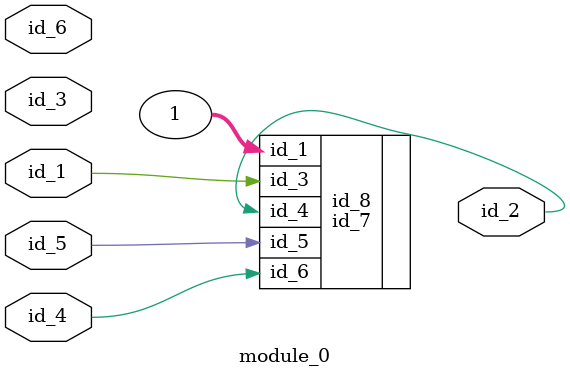
<source format=v>
module module_0 (
    id_1,
    id_2,
    id_3,
    id_4,
    id_5,
    id_6
);
  input id_6;
  input id_5;
  input id_4;
  input id_3;
  output id_2;
  input id_1;
  id_7 id_8 (
      .id_4(id_5),
      .id_6(id_4),
      .id_5(id_2),
      .id_1(1),
      .id_3(id_1),
      .id_4(id_6),
      .id_5(id_5),
      .id_4(id_2),
      .id_5(id_5)
  );
endmodule

</source>
